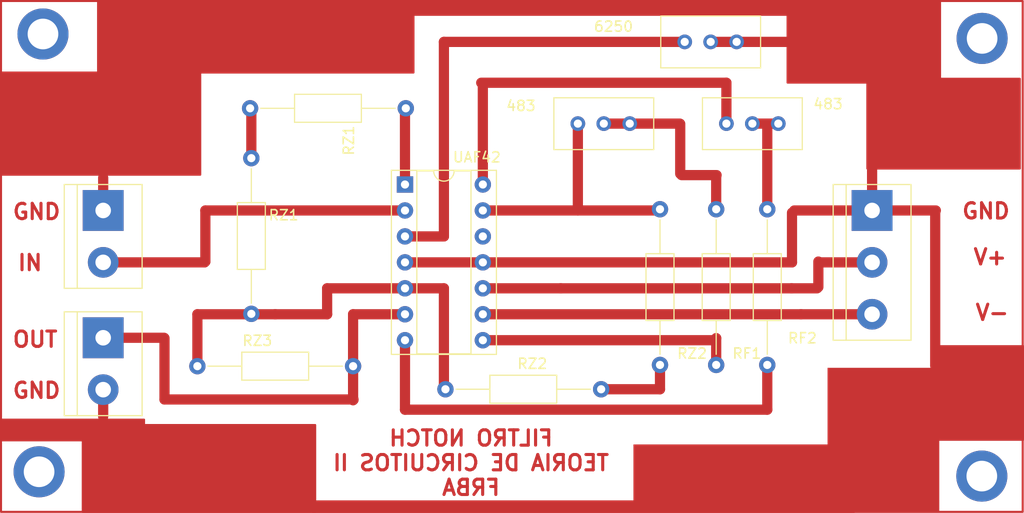
<source format=kicad_pcb>
(kicad_pcb (version 20221018) (generator pcbnew)
  (layers (0 "F.Cu" signal) (31 "B.Cu" signal) (34 "B.Paste" user) (35 "F.Paste" user) (36 "B.SilkS" user "B.Silkscreen") (37 "F.SilkS" user "F.Silkscreen") (38 "B.Mask" user) (39 "F.Mask" user) (44 "Edge.Cuts" user))
  (net 0 "")
  (footprint "Resistor_THT:R_Axial_DIN0207_L6.3mm_D2.5mm_P15.24mm_Horizontal" (layer "F.Cu") (at 165 78.62 90)
    (fp_text reference "RF2" (at 2.62 3.44) (layer "F.SilkS"))
    (fp_text value "3M3")
    (fp_line (start 1.04 0) (end 4.35 0) (stroke (width 0.12)) (layer "F.SilkS"))
    (fp_line (start 4.35 -1.37) (end 4.35 1.37) (stroke (width 0.12)) (layer "F.SilkS"))
    (fp_line (start 4.35 1.37) (end 10.89 1.37) (stroke (width 0.12)) (layer "F.SilkS"))
    (fp_line (start 10.89 -1.37) (end 4.35 -1.37) (stroke (width 0.12)) (layer "F.SilkS"))
    (fp_line (start 10.89 1.37) (end 10.89 -1.37) (stroke (width 0.12)) (layer "F.SilkS"))
    (fp_line (start 14.2 0) (end 10.89 0) (stroke (width 0.12)) (layer "F.SilkS"))
    (pad "1" thru_hole circle (at 0 0 90) (size 1.6 1.6) (drill 0.8) (layers "*.Cu" "*.Mask"))
    (pad "2" thru_hole oval (at 15.24 0 90) (size 1.6 1.6) (drill 0.8) (layers "*.Cu" "*.Mask"))
  )
  (footprint "Resistor_THT:R_Axial_DIN0207_L6.3mm_D2.5mm_P15.24mm_Horizontal" (layer "F.Cu") (at 133.5 81)
    (fp_text reference "RZ2" (at 8.5 -2.5) (layer "F.SilkS"))
    (fp_text value "1K")
    (fp_line (start 1.04 0) (end 4.35 0) (stroke (width 0.12)) (layer "F.SilkS"))
    (fp_line (start 4.35 -1.37) (end 4.35 1.37) (stroke (width 0.12)) (layer "F.SilkS"))
    (fp_line (start 4.35 1.37) (end 10.89 1.37) (stroke (width 0.12)) (layer "F.SilkS"))
    (fp_line (start 10.89 -1.37) (end 4.35 -1.37) (stroke (width 0.12)) (layer "F.SilkS"))
    (fp_line (start 10.89 1.37) (end 10.89 -1.37) (stroke (width 0.12)) (layer "F.SilkS"))
    (fp_line (start 14.2 0) (end 10.89 0) (stroke (width 0.12)) (layer "F.SilkS"))
    (pad "1" thru_hole circle (at 0 0) (size 1.6 1.6) (drill 0.8) (layers "*.Cu" "*.Mask"))
    (pad "2" thru_hole oval (at 15.24 0) (size 1.6 1.6) (drill 0.8) (layers "*.Cu" "*.Mask"))
  )
  (footprint "Resistor_THT:R_Axial_DIN0207_L6.3mm_D2.5mm_P15.24mm_Horizontal" (layer "F.Cu") (at 109.22 78.74)
    (fp_text reference "RZ3" (at 5.8674 -2.4892) (layer "F.SilkS"))
    (fp_text value "10K")
    (fp_line (start 1.04 0) (end 4.35 0) (stroke (width 0.12)) (layer "F.SilkS"))
    (fp_line (start 4.35 -1.37) (end 4.35 1.37) (stroke (width 0.12)) (layer "F.SilkS"))
    (fp_line (start 4.35 1.37) (end 10.89 1.37) (stroke (width 0.12)) (layer "F.SilkS"))
    (fp_line (start 10.89 -1.37) (end 4.35 -1.37) (stroke (width 0.12)) (layer "F.SilkS"))
    (fp_line (start 10.89 1.37) (end 10.89 -1.37) (stroke (width 0.12)) (layer "F.SilkS"))
    (fp_line (start 14.2 0) (end 10.89 0) (stroke (width 0.12)) (layer "F.SilkS"))
    (pad "1" thru_hole circle (at 0 0) (size 1.6 1.6) (drill 0.8) (layers "*.Cu" "*.Mask"))
    (pad "2" thru_hole oval (at 15.24 0) (size 1.6 1.6) (drill 0.8) (layers "*.Cu" "*.Mask"))
  )
  (footprint "Potentiometer_THT:Potentiometer_Bourns_3296W_Vertical" (layer "F.Cu") (at 166.08 55)
    (fp_text reference "483" (at 4.87 -1.91) (layer "F.SilkS"))
    (fp_text value "Potentiometer_Bourns_3296W_Vertical" hide)
    (fp_line (start -7.425 -2.53) (end -7.425 2.54) (stroke (width 0.12)) (layer "F.SilkS"))
    (fp_line (start -7.425 -2.53) (end 2.345 -2.53) (stroke (width 0.12)) (layer "F.SilkS"))
    (fp_line (start -7.425 2.54) (end 2.345 2.54) (stroke (width 0.12)) (layer "F.SilkS"))
    (fp_line (start 2.345 -2.53) (end 2.345 2.54) (stroke (width 0.12)) (layer "F.SilkS"))
    (pad "1" thru_hole circle (at 0 0) (size 1.44 1.44) (drill 0.8) (layers "*.Cu" "*.Mask"))
    (pad "2" thru_hole circle (at -2.54 0) (size 1.44 1.44) (drill 0.8) (layers "*.Cu" "*.Mask"))
    (pad "3" thru_hole circle (at -5.08 0) (size 1.44 1.44) (drill 0.8) (layers "*.Cu" "*.Mask"))
  )
  (footprint "Resistor_THT:R_Axial_DIN0207_L6.3mm_D2.5mm_P15.24mm_Horizontal" (layer "F.Cu") (at 114.38 53.5)
    (fp_text reference "RZ1" (at 9.66 3.16 90) (layer "F.SilkS"))
    (fp_text value "1K")
    (fp_line (start 1.04 0) (end 4.35 0) (stroke (width 0.12)) (layer "F.SilkS"))
    (fp_line (start 4.35 -1.37) (end 4.35 1.37) (stroke (width 0.12)) (layer "F.SilkS"))
    (fp_line (start 4.35 1.37) (end 10.89 1.37) (stroke (width 0.12)) (layer "F.SilkS"))
    (fp_line (start 10.89 -1.37) (end 4.35 -1.37) (stroke (width 0.12)) (layer "F.SilkS"))
    (fp_line (start 10.89 1.37) (end 10.89 -1.37) (stroke (width 0.12)) (layer "F.SilkS"))
    (fp_line (start 14.2 0) (end 10.89 0) (stroke (width 0.12)) (layer "F.SilkS"))
    (pad "1" thru_hole circle (at 0 0) (size 1.6 1.6) (drill 0.8) (layers "*.Cu" "*.Mask"))
    (pad "2" thru_hole oval (at 15.24 0) (size 1.6 1.6) (drill 0.8) (layers "*.Cu" "*.Mask"))
  )
  (footprint "Potentiometer_THT:Potentiometer_Bourns_3296W_Vertical" (layer "F.Cu") (at 162 47)
    (fp_text reference "6250" (at -12.05 -1.5) (layer "F.SilkS"))
    (fp_text value "Potentiometer_Bourns_3296W_Vertical" hide)
    (fp_line (start -7.425 -2.53) (end -7.425 2.54) (stroke (width 0.12)) (layer "F.SilkS"))
    (fp_line (start -7.425 -2.53) (end 2.345 -2.53) (stroke (width 0.12)) (layer "F.SilkS"))
    (fp_line (start -7.425 2.54) (end 2.345 2.54) (stroke (width 0.12)) (layer "F.SilkS"))
    (fp_line (start 2.345 -2.53) (end 2.345 2.54) (stroke (width 0.12)) (layer "F.SilkS"))
    (pad "1" thru_hole circle (at 0 0) (size 1.44 1.44) (drill 0.8) (layers "*.Cu" "*.Mask"))
    (pad "2" thru_hole circle (at -2.54 0) (size 1.44 1.44) (drill 0.8) (layers "*.Cu" "*.Mask"))
    (pad "3" thru_hole circle (at -5.08 0) (size 1.44 1.44) (drill 0.8) (layers "*.Cu" "*.Mask"))
  )
  (footprint "TerminalBlock:TerminalBlock_bornier-2_P5.08mm" (layer "F.Cu") (at 100 75.96 -90)
    (fp_text reference "REF**" hide)
    (fp_text value "OUT-IN" hide)
    (fp_line (start -2.54 -3.81) (end -2.54 3.81) (stroke (width 0.12)) (layer "F.SilkS"))
    (fp_line (start -2.54 3.81) (end 7.62 3.81) (stroke (width 0.12)) (layer "F.SilkS"))
    (fp_line (start 7.62 -3.81) (end -2.54 -3.81) (stroke (width 0.12)) (layer "F.SilkS"))
    (fp_line (start 7.62 2.54) (end -2.54 2.54) (stroke (width 0.12)) (layer "F.SilkS"))
    (fp_line (start 7.62 3.81) (end 7.62 -3.81) (stroke (width 0.12)) (layer "F.SilkS"))
    (pad "1" thru_hole rect (at 0 0 270) (size 4 4) (drill 1.52) (layers "*.Cu" "*.Mask"))
    (pad "2" thru_hole circle (at 5.08 0 270) (size 3 3) (drill 1.52) (layers "*.Cu" "*.Mask"))
  )
  (footprint "TerminalBlock:TerminalBlock_bornier-2_P5.08mm" (layer "F.Cu") (at 100 63.5 -90)
    (fp_text reference "REF**" hide)
    (fp_text value "OUT-IN" hide)
    (fp_line (start -2.54 -3.81) (end -2.54 3.81) (stroke (width 0.12)) (layer "F.SilkS"))
    (fp_line (start -2.54 3.81) (end 7.62 3.81) (stroke (width 0.12)) (layer "F.SilkS"))
    (fp_line (start 7.62 -3.81) (end -2.54 -3.81) (stroke (width 0.12)) (layer "F.SilkS"))
    (fp_line (start 7.62 2.54) (end -2.54 2.54) (stroke (width 0.12)) (layer "F.SilkS"))
    (fp_line (start 7.62 3.81) (end 7.62 -3.81) (stroke (width 0.12)) (layer "F.SilkS"))
    (pad "1" thru_hole rect (at 0 0 270) (size 4 4) (drill 1.52) (layers "*.Cu" "*.Mask"))
    (pad "2" thru_hole circle (at 5.08 0 270) (size 3 3) (drill 1.52) (layers "*.Cu" "*.Mask"))
  )
  (footprint "TerminalBlock:TerminalBlock_bornier-3_P5.08mm" (layer "F.Cu") (at 175.26 63.5 -90)
    (fp_text reference "REF**" hide)
    (fp_text value "TerminalBlock_bornier-3_P5.08mm" hide)
    (fp_line (start -2.54 -3.81) (end 12.7 -3.81) (stroke (width 0.12)) (layer "F.SilkS"))
    (fp_line (start -2.54 2.54) (end 12.7 2.54) (stroke (width 0.12)) (layer "F.SilkS"))
    (fp_line (start -2.54 3.81) (end -2.54 -3.81) (stroke (width 0.12)) (layer "F.SilkS"))
    (fp_line (start -2.54 3.81) (end 12.7 3.81) (stroke (width 0.12)) (layer "F.SilkS"))
    (fp_line (start 12.7 3.81) (end 12.7 -3.81) (stroke (width 0.12)) (layer "F.SilkS"))
    (pad "1" thru_hole rect (at 0 0 270) (size 4 4) (drill 1.52) (layers "*.Cu" "*.Mask"))
    (pad "2" thru_hole circle (at 5.08 0 270) (size 3 3) (drill 1.52) (layers "*.Cu" "*.Mask"))
    (pad "3" thru_hole circle (at 10.16 0 270) (size 3 3) (drill 1.52) (layers "*.Cu" "*.Mask"))
  )
  (footprint "Resistor_THT:R_Axial_DIN0207_L6.3mm_D2.5mm_P15.24mm_Horizontal" (layer "F.Cu") (at 160 78.62 90)
    (fp_text reference "RF1" (at 1.12 3) (layer "F.SilkS"))
    (fp_text value "3M3")
    (fp_line (start 1.04 0) (end 4.35 0) (stroke (width 0.12)) (layer "F.SilkS"))
    (fp_line (start 4.35 -1.37) (end 4.35 1.37) (stroke (width 0.12)) (layer "F.SilkS"))
    (fp_line (start 4.35 1.37) (end 10.89 1.37) (stroke (width 0.12)) (layer "F.SilkS"))
    (fp_line (start 10.89 -1.37) (end 4.35 -1.37) (stroke (width 0.12)) (layer "F.SilkS"))
    (fp_line (start 10.89 1.37) (end 10.89 -1.37) (stroke (width 0.12)) (layer "F.SilkS"))
    (fp_line (start 14.2 0) (end 10.89 0) (stroke (width 0.12)) (layer "F.SilkS"))
    (pad "1" thru_hole circle (at 0 0 90) (size 1.6 1.6) (drill 0.8) (layers "*.Cu" "*.Mask"))
    (pad "2" thru_hole oval (at 15.24 0 90) (size 1.6 1.6) (drill 0.8) (layers "*.Cu" "*.Mask"))
  )
  (footprint "Potentiometer_THT:Potentiometer_Bourns_3296W_Vertical" (layer "F.Cu") (at 151.54 55)
    (fp_text reference "483" (at -10.65 -1.74) (layer "F.SilkS"))
    (fp_text value "Potentiometer_Bourns_3296W_Vertical" hide)
    (fp_line (start -7.425 -2.53) (end -7.425 2.54) (stroke (width 0.12)) (layer "F.SilkS"))
    (fp_line (start -7.425 -2.53) (end 2.345 -2.53) (stroke (width 0.12)) (layer "F.SilkS"))
    (fp_line (start -7.425 2.54) (end 2.345 2.54) (stroke (width 0.12)) (layer "F.SilkS"))
    (fp_line (start 2.345 -2.53) (end 2.345 2.54) (stroke (width 0.12)) (layer "F.SilkS"))
    (pad "1" thru_hole circle (at 0 0) (size 1.44 1.44) (drill 0.8) (layers "*.Cu" "*.Mask"))
    (pad "2" thru_hole circle (at -2.54 0) (size 1.44 1.44) (drill 0.8) (layers "*.Cu" "*.Mask"))
    (pad "3" thru_hole circle (at -5.08 0) (size 1.44 1.44) (drill 0.8) (layers "*.Cu" "*.Mask"))
  )
  (footprint "Resistor_THT:R_Axial_DIN0207_L6.3mm_D2.5mm_P15.24mm_Horizontal" (layer "F.Cu") (at 114.5 73.62 90)
    (fp_text reference "RZ1" (at 9.66 3.16) (layer "F.SilkS"))
    (fp_text value "1K")
    (fp_line (start 1.04 0) (end 4.35 0) (stroke (width 0.12)) (layer "F.SilkS"))
    (fp_line (start 4.35 -1.37) (end 4.35 1.37) (stroke (width 0.12)) (layer "F.SilkS"))
    (fp_line (start 4.35 1.37) (end 10.89 1.37) (stroke (width 0.12)) (layer "F.SilkS"))
    (fp_line (start 10.89 -1.37) (end 4.35 -1.37) (stroke (width 0.12)) (layer "F.SilkS"))
    (fp_line (start 10.89 1.37) (end 10.89 -1.37) (stroke (width 0.12)) (layer "F.SilkS"))
    (fp_line (start 14.2 0) (end 10.89 0) (stroke (width 0.12)) (layer "F.SilkS"))
    (pad "1" thru_hole circle (at 0 0 90) (size 1.6 1.6) (drill 0.8) (layers "*.Cu" "*.Mask"))
    (pad "2" thru_hole oval (at 15.24 0 90) (size 1.6 1.6) (drill 0.8) (layers "*.Cu" "*.Mask"))
  )
  (footprint "Package_DIP:DIP-14_W7.62mm_Socket" (layer "F.Cu") (at 129.54 60.96)
    (fp_text reference "UAF42" (at 7.0358 -2.667) (layer "F.SilkS"))
    (fp_text value "Filtro_NOTCH")
    (fp_line (start -1.33 -1.39) (end -1.33 16.63) (stroke (width 0.12)) (layer "F.SilkS"))
    (fp_line (start -1.33 16.63) (end 8.95 16.63) (stroke (width 0.12)) (layer "F.SilkS"))
    (fp_line (start 1.16 -1.33) (end 1.16 16.57) (stroke (width 0.12)) (layer "F.SilkS"))
    (fp_line (start 1.16 16.57) (end 6.46 16.57) (stroke (width 0.12)) (layer "F.SilkS"))
    (fp_line (start 2.81 -1.33) (end 1.16 -1.33) (stroke (width 0.12)) (layer "F.SilkS"))
    (fp_line (start 6.46 -1.33) (end 4.81 -1.33) (stroke (width 0.12)) (layer "F.SilkS"))
    (fp_line (start 6.46 16.57) (end 6.46 -1.33) (stroke (width 0.12)) (layer "F.SilkS"))
    (fp_line (start 8.95 -1.39) (end -1.33 -1.39) (stroke (width 0.12)) (layer "F.SilkS"))
    (fp_line (start 8.95 16.63) (end 8.95 -1.39) (stroke (width 0.12)) (layer "F.SilkS"))
    (fp_arc (start 4.81 -1.33) (mid 3.81 -0.33) (end 2.81 -1.33) (stroke (width 0.12)) (layer "F.SilkS"))
    (pad "1" thru_hole rect (at 0 0) (size 1.6 1.6) (drill 0.8) (layers "*.Cu" "*.Mask"))
    (pad "2" thru_hole oval (at 0 2.54) (size 1.6 1.6) (drill 0.8) (layers "*.Cu" "*.Mask"))
    (pad "3" thru_hole oval (at 0 5.08) (size 1.6 1.6) (drill 0.8) (layers "*.Cu" "*.Mask"))
    (pad "4" thru_hole oval (at 0 7.62) (size 1.6 1.6) (drill 0.8) (layers "*.Cu" "*.Mask"))
    (pad "5" thru_hole oval (at 0 10.16) (size 1.6 1.6) (drill 0.8) (layers "*.Cu" "*.Mask"))
    (pad "6" thru_hole oval (at 0 12.7) (size 1.6 1.6) (drill 0.8) (layers "*.Cu" "*.Mask"))
    (pad "7" thru_hole oval (at 0 15.24) (size 1.6 1.6) (drill 0.8) (layers "*.Cu" "*.Mask"))
    (pad "8" thru_hole oval (at 7.62 15.24) (size 1.6 1.6) (drill 0.8) (layers "*.Cu" "*.Mask"))
    (pad "9" thru_hole oval (at 7.62 12.7) (size 1.6 1.6) (drill 0.8) (layers "*.Cu" "*.Mask"))
    (pad "10" thru_hole oval (at 7.62 10.16) (size 1.6 1.6) (drill 0.8) (layers "*.Cu" "*.Mask"))
    (pad "11" thru_hole oval (at 7.62 7.62) (size 1.6 1.6) (drill 0.8) (layers "*.Cu" "*.Mask"))
    (pad "12" thru_hole oval (at 7.62 5.08) (size 1.6 1.6) (drill 0.8) (layers "*.Cu" "*.Mask"))
    (pad "13" thru_hole oval (at 7.62 2.54) (size 1.6 1.6) (drill 0.8) (layers "*.Cu" "*.Mask"))
    (pad "14" thru_hole oval (at 7.62 0) (size 1.6 1.6) (drill 0.8) (layers "*.Cu" "*.Mask"))
  )
  (footprint "Resistor_THT:R_Axial_DIN0207_L6.3mm_D2.5mm_P15.24mm_Horizontal" (layer "F.Cu") (at 154.5 78.62 90)
    (fp_text reference "RZ2" (at 1.12 3.14) (layer "F.SilkS"))
    (fp_text value "1K")
    (fp_line (start 1.04 0) (end 4.35 0) (stroke (width 0.12)) (layer "F.SilkS"))
    (fp_line (start 4.35 -1.37) (end 4.35 1.37) (stroke (width 0.12)) (layer "F.SilkS"))
    (fp_line (start 4.35 1.37) (end 10.89 1.37) (stroke (width 0.12)) (layer "F.SilkS"))
    (fp_line (start 10.89 -1.37) (end 4.35 -1.37) (stroke (width 0.12)) (layer "F.SilkS"))
    (fp_line (start 10.89 1.37) (end 10.89 -1.37) (stroke (width 0.12)) (layer "F.SilkS"))
    (fp_line (start 14.2 0) (end 10.89 0) (stroke (width 0.12)) (layer "F.SilkS"))
    (pad "1" thru_hole circle (at 0 0 90) (size 1.6 1.6) (drill 0.8) (layers "*.Cu" "*.Mask"))
    (pad "2" thru_hole oval (at 15.24 0 90) (size 1.6 1.6) (drill 0.8) (layers "*.Cu" "*.Mask"))
  )
  (gr_rect (start 174.7932 50.6098) (end 189.7196 59.3962) (stroke (width 0.2)) (fill solid) (layer "F.Cu"))
  (gr_rect (start 98 84.5) (end 120.75 93) (stroke (width 0.2)) (fill solid) (layer "F.Cu"))
  (gr_rect (start 90 43) (end 190 93) (stroke (width 0.2)) (fill none) (layer "F.Cu"))
  (gr_rect (start 120.5 91.9746) (end 173.5 93) (stroke (width 0.2)) (fill solid) (layer "F.Cu"))
  (gr_rect (start 181.737 76.7842) (end 190.0428 85.9439) (stroke (width 0.2)) (fill solid) (layer "F.Cu"))
  (gr_rect (start 152 86.5) (end 172.25 92.5) (stroke (width 0.2)) (fill solid) (layer "F.Cu"))
  (gr_rect (start 90 83.9746) (end 104 86) (stroke (width 0.2)) (fill solid) (layer "F.Cu"))
  (gr_rect (start 90 50) (end 109.5 60) (stroke (width 0.2)) (fill solid) (layer "F.Cu"))
  (gr_rect (start 171 79) (end 181.737 92.8878) (stroke (width 0.2)) (fill solid) (layer "F.Cu"))
  (gr_rect (start 99.5 43) (end 130.3716 50) (stroke (width 0.2)) (fill solid) (layer "F.Cu"))
  (gr_rect (start 130.3716 43) (end 171.88 44.35) (stroke (width 0.2)) (fill solid) (layer "F.Cu"))
  (gr_rect (start 166.9868 43.14) (end 181.9132 50.9864) (stroke (width 0.2)) (fill solid) (layer "F.Cu"))
  (gr_text "FILTRO NOTCH\nTEORIA DE CIRCUITOS II\nFRBA\n" (at 136 91.5) (layer "F.Cu") (effects (font (size 1.5 1.5) (thickness 0.3) bold) (justify bottom mirror)))
  (gr_text "OUT\n" (at 91 77) (layer "F.Cu") (effects (font (size 1.5 1.5) (thickness 0.3) bold) (justify left bottom)))
  (gr_text "V+\n" (at 185.039 68.9356) (layer "F.Cu") (effects (font (size 1.5 1.5) (thickness 0.3) bold) (justify left bottom)))
  (gr_text "GND\n" (at 183.9214 64.4398) (layer "F.Cu") (effects (font (size 1.5 1.5) (thickness 0.3) bold) (justify left bottom)))
  (gr_text "GND\n" (at 91 82) (layer "F.Cu") (effects (font (size 1.5 1.5) (thickness 0.3) bold) (justify left bottom)))
  (gr_text "IN\n" (at 91.5 69.5) (layer "F.Cu") (effects (font (size 1.5 1.5) (thickness 0.3) bold) (justify left bottom)))
  (gr_text "GND\n" (at 91 64.5) (layer "F.Cu") (effects (font (size 1.5 1.5) (thickness 0.3) bold) (justify left bottom)))
  (gr_text "V-\n" (at 185.2422 74.3712) (layer "F.Cu") (effects (font (size 1.5 1.5) (thickness 0.3) bold) (justify left bottom)))
  (segment (start 146.46 63.5) (end 137.16 63.5) (width 1) (layer "F.Cu") (net 0))
  (segment (start 116.84 73.66) (end 121.92 73.66) (width 1) (layer "F.Cu") (net 0))
  (segment (start 144.78 71.12) (end 137.16 71.12) (width 1) (layer "F.Cu") (net 0))
  (segment (start 129.54 53.58) (end 129.54 60.96) (width 1) (layer "F.Cu") (net 0))
  (segment (start 129.54 83) (end 129.54 76.2) (width 1) (layer "F.Cu") (net 0))
  (segment (start 160 60.08) (end 160 63.38) (width 1) (layer "F.Cu") (net 0))
  (segment (start 148.74 81) (end 154.5 81) (width 1) (layer "F.Cu") (net 0))
  (segment (start 137.16 76.2) (end 159.8 76.2) (width 1) (layer "F.Cu") (net 0))
  (segment (start 164.96 60.96) (end 165 61) (width 0) (layer "F.Cu") (net 0))
  (segment (start 133.35 71.12) (end 133.35 80.85) (width 1) (layer "F.Cu") (net 0))
  (segment (start 170.08 68.58) (end 175.26 68.58) (width 1) (layer "F.Cu") (net 0))
  (segment (start 181.437 63.563) (end 181.437 78.7) (width 1) (layer "F.Cu") (net 0))
  (segment (start 100 63.5) (end 100 60.3) (width 1) (layer "F.Cu") (net 0))
  (segment (start 100 75.96) (end 105.96 75.96) (width 1) (layer "F.Cu") (net 0))
  (segment (start 170 71) (end 170 68.5) (width 1) (layer "F.Cu") (net 0))
  (segment (start 124.46 82.08) (end 124.5 82.04) (width 1) (layer "F.Cu") (net 0))
  (segment (start 106 82) (end 124.5 82) (width 1) (layer "F.Cu") (net 0))
  (segment (start 156.61 60.04) (end 160.04 60.04) (width 1) (layer "F.Cu") (net 0))
  (segment (start 121.92 71.12) (end 129.54 71.12) (width 1) (layer "F.Cu") (net 0))
  (segment (start 175.26 63.5) (end 175.26 47.26) (width 1) (layer "F.Cu") (net 0))
  (segment (start 156.48 59.91) (end 156.61 60.04) (width 0) (layer "F.Cu") (net 0))
  (segment (start 114.5 53.62) (end 114.38 53.5) (width 0) (layer "F.Cu") (net 0))
  (segment (start 129.62 53.5) (end 129.54 53.58) (width 1) (layer "F.Cu") (net 0))
  (segment (start 167.38 71.12) (end 169.88 71.12) (width 1) (layer "F.Cu") (net 0))
  (segment (start 133.35 47) (end 156.92 47) (width 1) (layer "F.Cu") (net 0))
  (segment (start 110 68.5) (end 110 63.5) (width 1) (layer "F.Cu") (net 0))
  (segment (start 109.22 73.66) (end 116.84 73.66) (width 1) (layer "F.Cu") (net 0))
  (segment (start 100 68.58) (end 109.92 68.58) (width 1) (layer "F.Cu") (net 0))
  (segment (start 165 83) (end 129.54 83) (width 1) (layer "F.Cu") (net 0))
  (segment (start 156.45 55) (end 156.48 55.03) (width 0) (layer "F.Cu") (net 0))
  (segment (start 169.88 71.12) (end 170 71) (width 0.2) (layer "F.Cu") (net 0))
  (segment (start 137.16 68.58) (end 129.54 68.58) (width 1) (layer "F.Cu") (net 0))
  (segment (start 154.38 63.5) (end 146.46 63.5) (width 1) (layer "F.Cu") (net 0))
  (segment (start 137.16 51.16) (end 137 51) (width 0) (layer "F.Cu") (net 0))
  (segment (start 137.16 73.66) (end 168.3004 73.66) (width 1) (layer "F.Cu") (net 0))
  (segment (start 160 76) (end 155.0416 76) (width 0) (layer "F.Cu") (net 0))
  (segment (start 165 83) (end 165 78.62) (width 1) (layer "F.Cu") (net 0))
  (segment (start 156.48 55.03) (end 156.48 59.91) (width 1) (layer "F.Cu") (net 0))
  (segment (start 133.35 66.04) (end 133.35 47) (width 1) (layer "F.Cu") (net 0))
  (segment (start 133.35 80.85) (end 133.5 81) (width 1) (layer "F.Cu") (net 0))
  (segment (start 109.92 68.58) (end 110 68.5) (width 1) (layer "F.Cu") (net 0))
  (segment (start 146.46 55) (end 146.46 63.5) (width 1) (layer "F.Cu") (net 0))
  (segment (start 144.78 71.12) (end 167.38 71.12) (width 1) (layer "F.Cu") (net 0))
  (segment (start 163.54 55) (end 166.08 55) (width 1) (layer "F.Cu") (net 0))
  (segment (start 161 51) (end 161 55) (width 1) (layer "F.Cu") (net 0))
  (segment (start 160 78.62) (end 160 76) (width 1) (layer "F.Cu") (net 0))
  (segment (start 100 68.58) (end 100.08 68.5) (width 1) (layer "F.Cu") (net 0))
  (segment (start 167.42 63.72) (end 167.64 63.5) (width 0.2) (layer "F.Cu") (net 0))
  (segment (start 154.5 63.38) (end 154.38 63.5) (width 1) (layer "F.Cu") (net 0))
  (segment (start 129.54 63.5) (end 110 63.5) (width 1) (layer "F.Cu") (net 0))
  (segment (start 175.26 63.5) (end 181.5 63.5) (width 1) (layer "F.Cu") (net 0))
  (segment (start 124.46 73.66) (end 129.54 73.66) (width 1) (layer "F.Cu") (net 0))
  (segment (start 105.96 75.96) (end 106 76) (width 0) (layer "F.Cu") (net 0))
  (segment (start 167.64 63.5) (end 175.26 63.5) (width 1) (layer "F.Cu") (net 0))
  (segment (start 149 55) (end 156.45 55) (width 1) (layer "F.Cu") (net 0))
  (segment (start 137 51) (end 161 51) (width 1) (layer "F.Cu") (net 0))
  (segment (start 129.54 71.12) (end 133.35 71.12) (width 1) (layer "F.Cu") (net 0))
  (segment (start 114.5 58.38) (end 114.5 53.62) (width 1) (layer "F.Cu") (net 0))
  (segment (start 124.46 82) (end 124.46 73.66) (width 1) (layer "F.Cu") (net 0))
  (segment (start 169.08 68.58) (end 169 68.5) (width 0) (layer "F.Cu") (net 0))
  (segment (start 124.5 82.04) (end 124.46 82) (width 0.2) (layer "F.Cu") (net 0))
  (segment (start 175.26 47.26) (end 175 47) (width 1) (layer "F.Cu") (net 0))
  (segment (start 129.54 66.04) (end 133.35 66.04) (width 1) (layer "F.Cu") (net 0))
  (segment (start 121.92 73.66) (end 121.92 71.12) (width 1) (layer "F.Cu") (net 0))
  (segment (start 167.42 68.58) (end 167.42 63.72) (width 1) (layer "F.Cu") (net 0))
  (segment (start 159.8 76.2) (end 160 76) (width 1) (layer "F.Cu") (net 0))
  (segment (start 100 81.04) (end 100 83.6746) (width 1) (layer "F.Cu") (net 0))
  (segment (start 165 63.38) (end 165 55) (width 1) (layer "F.Cu") (net 0))
  (segment (start 109.22 78.74) (end 109.22 73.66) (width 1) (layer "F.Cu") (net 0))
  (segment (start 106 76) (end 106 82) (width 1) (layer "F.Cu") (net 0))
  (segment (start 181.5 63.5) (end 181.437 63.563) (width 0) (layer "F.Cu") (net 0))
  (segment (start 170 68.5) (end 170.08 68.58) (width 0.2) (layer "F.Cu") (net 0))
  (segment (start 137.16 60.96) (end 137.16 51.16) (width 1) (layer "F.Cu") (net 0))
  (segment (start 168.3004 73.66) (end 175.26 73.66) (width 1) (layer "F.Cu") (net 0))
  (segment (start 175 47) (end 159.46 47) (width 1) (layer "F.Cu") (net 0))
  (segment (start 154.5 81) (end 154.5 78.62) (width 1) (layer "F.Cu") (net 0))
  (segment (start 137.16 68.58) (end 167.42 68.58) (width 1) (layer "F.Cu") (net 0))
  (segment (start 160.04 60.04) (end 160 60.08) (width 0) (layer "F.Cu") (net 0))
  (segment (start 175.26 68.58) (end 175.18 68.5) (width 1) (layer "F.Cu") (net 0))
  (via (at 94.107 46.228) (size 5) (drill 3) (layers "F.Cu" "B.Cu") (net 0))
  (via (at 186 89.5) (size 5) (drill 3) (layers "F.Cu" "B.Cu") (net 0))
  (via (at 93.726 89.0778) (size 5) (drill 3) (layers "F.Cu" "B.Cu") (net 0))
  (via (at 186.0296 46.6598) (size 5) (drill 3) (layers "F.Cu" "B.Cu") (net 0))
)
</source>
